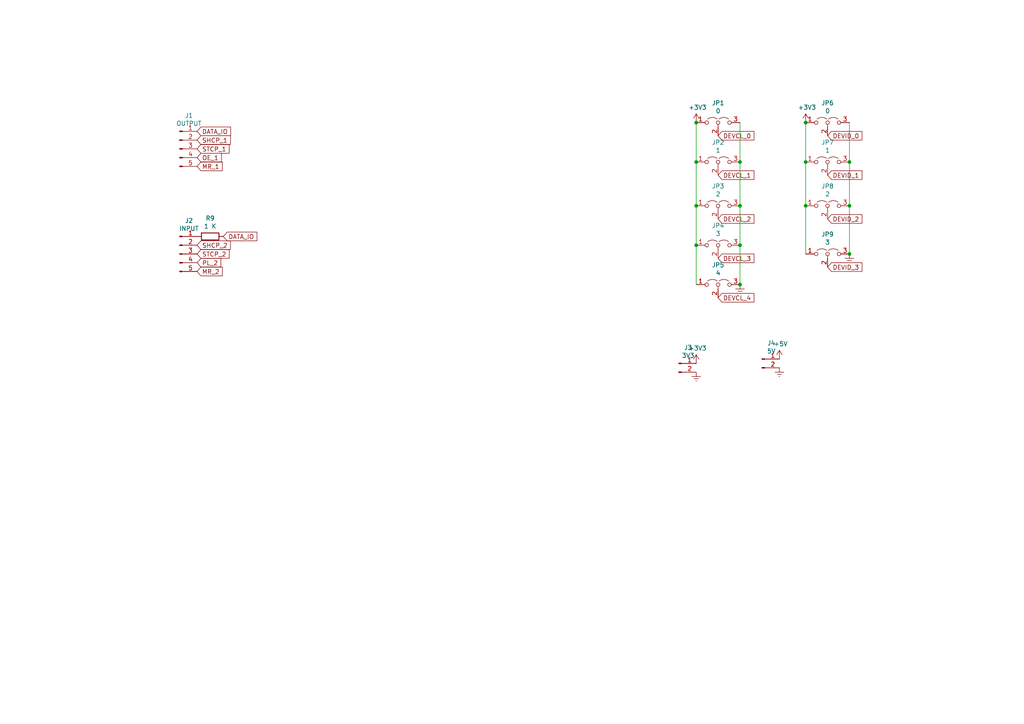
<source format=kicad_sch>
(kicad_sch (version 20211123) (generator eeschema)
  (paper "A4")
  (lib_symbols
    (symbol "Connector:Conn_01x02_Male" (pin_names (offset 1.016) hide)
      (property "Reference" "J" (at 0 2.54 0))
      (property "Value" "Conn_01x02_Male" (at 0 -5.08 0))
      (symbol "Conn_01x02_Male_1_1"
        (polyline (pts (xy 1.27 -2.54) (xy 0.8636 -2.54)) (stroke (width 0.1524)))
        (polyline (pts (xy 1.27 0) (xy 0.8636 0)) (stroke (width 0.1524)))
        (rectangle (start 0.8636 -2.413) (end 0 -2.667) (stroke (width 0.1524)) (fill (type outline)))
        (rectangle (start 0.8636 0.127) (end 0 -0.127) (stroke (width 0.1524)) (fill (type outline)))
        (pin passive line (at 5.08 0 180) (length 3.81) (name "Pin_1") (number "1"))
        (pin passive line (at 5.08 -2.54 180) (length 3.81) (name "Pin_2") (number "2"))
      )
    )
    (symbol "Connector:Conn_01x05_Male" (pin_names (offset 1.016) hide)
      (property "Reference" "J" (at 0 7.62 0))
      (property "Value" "Conn_01x05_Male" (at 0 -7.62 0))
      (symbol "Conn_01x05_Male_1_1"
        (polyline (pts (xy 1.27 -5.08) (xy 0.8636 -5.08)) (stroke (width 0.1524)))
        (polyline (pts (xy 1.27 -2.54) (xy 0.8636 -2.54)) (stroke (width 0.1524)))
        (polyline (pts (xy 1.27 0) (xy 0.8636 0)) (stroke (width 0.1524)))
        (polyline (pts (xy 1.27 2.54) (xy 0.8636 2.54)) (stroke (width 0.1524)))
        (polyline (pts (xy 1.27 5.08) (xy 0.8636 5.08)) (stroke (width 0.1524)))
        (rectangle (start 0.8636 -4.953) (end 0 -5.207) (stroke (width 0.1524)) (fill (type outline)))
        (rectangle (start 0.8636 -2.413) (end 0 -2.667) (stroke (width 0.1524)) (fill (type outline)))
        (rectangle (start 0.8636 0.127) (end 0 -0.127) (stroke (width 0.1524)) (fill (type outline)))
        (rectangle (start 0.8636 2.667) (end 0 2.413) (stroke (width 0.1524)) (fill (type outline)))
        (rectangle (start 0.8636 5.207) (end 0 4.953) (stroke (width 0.1524)) (fill (type outline)))
        (pin passive line (at 5.08 5.08 180) (length 3.81) (name "Pin_1") (number "1"))
        (pin passive line (at 5.08 2.54 180) (length 3.81) (name "Pin_2") (number "2"))
        (pin passive line (at 5.08 0 180) (length 3.81) (name "Pin_3") (number "3"))
        (pin passive line (at 5.08 -2.54 180) (length 3.81) (name "Pin_4") (number "4"))
        (pin passive line (at 5.08 -5.08 180) (length 3.81) (name "Pin_5") (number "5"))
      )
    )
    (symbol "Device:R" (pin_numbers hide) (pin_names (offset 0))
      (property "Reference" "R" (at 2.032 0 90))
      (property "Value" "R" (at 0 0 90))
      (symbol "R_0_1"
        (rectangle (start -1.016 -2.54) (end 1.016 2.54) (stroke (width 0.254)))
      )
      (symbol "R_1_1"
        (pin passive line (at 0 3.81 270) (length 1.27) (name "~") (number "1"))
        (pin passive line (at 0 -3.81 90) (length 1.27) (name "~") (number "2"))
      )
    )
    (symbol "base_controller-rescue:+3.3V-power" (power) (pin_names (offset 0))
      (property "Value" "+3.3V-power" (at 0 3.556 0))
      (symbol "+3.3V-power_0_1"
        (polyline (pts (xy -0.762 1.27) (xy 0 2.54)))
        (polyline (pts (xy 0 0) (xy 0 2.54)))
        (polyline (pts (xy 0 2.54) (xy 0.762 1.27)))
      )
      (symbol "+3.3V-power_1_1"
        (pin power_in line (at 0 0 90) (length 0) hide (name "+3V3") (number "1"))
      )
    )
    (symbol "base_controller-rescue:Jumper_3_Open-Jumper" (pin_names (offset 0) hide)
      (property "Reference" "JP" (at -2.54 -2.54 0))
      (property "Value" "Jumper_3_Open-Jumper" (at 0 2.794 0))
      (symbol "Jumper_3_Open-Jumper_0_0"
        (circle (center -3.302 0) (radius 0.508))
        (circle (center 0 0) (radius 0.508))
        (circle (center 3.302 0) (radius 0.508))
      )
      (symbol "Jumper_3_Open-Jumper_0_1"
        (arc (start -0.254 1.016) (mid -1.651 1.4992) (end -3.048 1.016))
        (polyline (pts (xy 0 -0.508) (xy 0 -1.27)))
        (arc (start 3.048 1.016) (mid 1.651 1.4992) (end 0.254 1.016))
      )
      (symbol "Jumper_3_Open-Jumper_1_1"
        (pin passive line (at -6.35 0 0) (length 2.54) (name "A") (number "1"))
        (pin input line (at 0 -3.81 90) (length 2.54) (name "C") (number "2"))
        (pin passive line (at 6.35 0 180) (length 2.54) (name "B") (number "3"))
      )
    )
    (symbol "power:+5V" (power) (pin_names (offset 0))
      (property "Value" "+5V" (at 0 3.556 0))
      (symbol "+5V_0_1"
        (polyline (pts (xy -0.762 1.27) (xy 0 2.54)))
        (polyline (pts (xy 0 0) (xy 0 2.54)))
        (polyline (pts (xy 0 2.54) (xy 0.762 1.27)))
      )
      (symbol "+5V_1_1"
        (pin power_in line (at 0 0 90) (length 0) hide (name "+5V") (number "1"))
      )
    )
    (symbol "power:Earth" (power) (pin_names (offset 0))
      (symbol "Earth_0_1"
        (polyline (pts (xy -0.635 -1.905) (xy 0.635 -1.905)))
        (polyline (pts (xy -0.127 -2.54) (xy 0.127 -2.54)))
        (polyline (pts (xy 0 -1.27) (xy 0 0)))
        (polyline (pts (xy 1.27 -1.27) (xy -1.27 -1.27)))
      )
      (symbol "Earth_1_1"
        (pin power_in line (at 0 0 270) (length 0) hide (name "Earth") (number "1"))
      )
    )
  )
  (junction (at 201.93 35.56))
  (junction (at 201.93 59.69))
  (junction (at 214.63 46.99))
  (junction (at 246.38 73.66))
  (junction (at 214.63 82.55))
  (junction (at 201.93 71.12))
  (junction (at 246.38 46.99))
  (junction (at 214.63 71.12))
  (junction (at 233.68 35.56))
  (junction (at 214.63 59.69))
  (junction (at 233.68 59.69))
  (junction (at 201.93 46.99))
  (junction (at 233.68 46.99))
  (junction (at 246.38 59.69))
  (wire (pts (xy 246.38 35.56) (xy 246.38 46.99)))
  (wire (pts (xy 201.93 71.12) (xy 201.93 82.55)))
  (wire (pts (xy 246.38 59.69) (xy 246.38 73.66)))
  (wire (pts (xy 214.63 35.56) (xy 214.63 46.99)))
  (wire (pts (xy 233.68 35.56) (xy 233.68 46.99)))
  (wire (pts (xy 233.68 59.69) (xy 233.68 73.66)))
  (wire (pts (xy 201.93 59.69) (xy 201.93 71.12)))
  (wire (pts (xy 246.38 46.99) (xy 246.38 59.69)))
  (wire (pts (xy 214.63 46.99) (xy 214.63 59.69)))
  (wire (pts (xy 233.68 46.99) (xy 233.68 59.69)))
  (wire (pts (xy 214.63 71.12) (xy 214.63 82.55)))
  (wire (pts (xy 201.93 46.99) (xy 201.93 59.69)))
  (wire (pts (xy 214.63 59.69) (xy 214.63 71.12)))
  (wire (pts (xy 201.93 35.56) (xy 201.93 46.99)))
  (global_label "SHCP_1" (shape input) (at 57.15 40.64 0) (property "Intersheet References" "${INTERSHEET_REFS}" (effects hide)))
  (global_label "PL_2" (shape input) (at 57.15 76.2 0) (property "Intersheet References" "${INTERSHEET_REFS}" (effects hide)))
  (global_label "OE_1" (shape input) (at 57.15 45.72 0) (property "Intersheet References" "${INTERSHEET_REFS}" (effects hide)))
  (global_label "DEVID_2" (shape input) (at 240.03 63.5 0) (property "Intersheet References" "${INTERSHEET_REFS}" (effects hide)))
  (global_label "STCP_1" (shape input) (at 57.15 43.18 0) (property "Intersheet References" "${INTERSHEET_REFS}" (effects hide)))
  (global_label "DATA_IO" (shape input) (at 64.77 68.58 0) (property "Intersheet References" "${INTERSHEET_REFS}" (effects hide)))
  (global_label "SHCP_2" (shape input) (at 57.15 71.12 0) (property "Intersheet References" "${INTERSHEET_REFS}" (effects hide)))
  (global_label "DEVCL_4" (shape input) (at 208.28 86.36 0) (property "Intersheet References" "${INTERSHEET_REFS}" (effects hide)))
  (global_label "DEVID_3" (shape input) (at 240.03 77.47 0) (property "Intersheet References" "${INTERSHEET_REFS}" (effects hide)))
  (global_label "DEVID_1" (shape input) (at 240.03 50.8 0) (property "Intersheet References" "${INTERSHEET_REFS}" (effects hide)))
  (global_label "DEVCL_2" (shape input) (at 208.28 63.5 0) (property "Intersheet References" "${INTERSHEET_REFS}" (effects hide)))
  (global_label "DATA_IO" (shape input) (at 57.15 38.1 0) (property "Intersheet References" "${INTERSHEET_REFS}" (effects hide)))
  (global_label "DEVCL_3" (shape input) (at 208.28 74.93 0) (property "Intersheet References" "${INTERSHEET_REFS}" (effects hide)))
  (global_label "DEVID_0" (shape input) (at 240.03 39.37 0) (property "Intersheet References" "${INTERSHEET_REFS}" (effects hide)))
  (global_label "DEVCL_1" (shape input) (at 208.28 50.8 0) (property "Intersheet References" "${INTERSHEET_REFS}" (effects hide)))
  (global_label "STCP_2" (shape input) (at 57.15 73.66 0) (property "Intersheet References" "${INTERSHEET_REFS}" (effects hide)))
  (global_label "MR_2" (shape input) (at 57.15 78.74 0) (property "Intersheet References" "${INTERSHEET_REFS}" (effects hide)))
  (global_label "DEVCL_0" (shape input) (at 208.28 39.37 0) (property "Intersheet References" "${INTERSHEET_REFS}" (effects hide)))
  (global_label "MR_1" (shape input) (at 57.15 48.26 0) (property "Intersheet References" "${INTERSHEET_REFS}" (effects hide)))
  (symbol (lib_id "Connector:Conn_01x02_Male") (at 196.85 105.41 0) (unit 1)
    (property "Reference" "J3" (at 199.5932 100.8126 0))
    (property "Value" "3V3" (at 199.5932 103.124 0))
    (property "Footprint" "Connector_JST:JST_XH_B2B-XH-A_1x02_P2.50mm_Vertical" (effects hide))
  )
  (symbol (lib_id "Connector:Conn_01x05_Male") (at 52.07 43.18 0) (unit 1)
    (property "Reference" "J1" (at 54.8132 33.5026 0))
    (property "Value" "OUTPUT" (at 54.8132 35.814 0))
    (property "Footprint" "Connector_JST:JST_XH_B5B-XH-A_1x05_P2.50mm_Vertical" (effects hide))
  )
  (symbol (lib_id "Connector:Conn_01x02_Male") (at 220.98 104.14 0) (unit 1)
    (property "Reference" "J4" (at 223.7232 99.5426 0))
    (property "Value" "5V" (at 223.7232 101.854 0))
    (property "Footprint" "Connector_JST:JST_XH_B2B-XH-A_1x02_P2.50mm_Vertical" (effects hide))
  )
  (symbol (lib_id "Connector:Conn_01x05_Male") (at 52.07 73.66 0) (unit 1)
    (property "Reference" "J2" (at 54.8132 63.9826 0))
    (property "Value" "INPUT" (at 54.8132 66.294 0))
    (property "Footprint" "Connector_JST:JST_XH_B5B-XH-A_1x05_P2.50mm_Vertical" (effects hide))
  )
  (symbol (lib_id "base_controller-rescue:+3.3V-power") (at 201.93 105.41 0) (unit 1)
    (property "Reference" "#PWR0136" (effects hide))
    (property "Value" "+3.3V" (at 202.311 101.0158 0))
  )
  (symbol (lib_id "power:+5V") (at 226.06 104.14 0) (unit 1)
    (property "Reference" "#PWR0137" (effects hide))
    (property "Value" "+5V" (at 226.441 99.7458 0))
  )
  (symbol (lib_id "power:Earth") (at 201.93 107.95 0) (unit 1)
    (property "Reference" "#PWR0138" (effects hide))
    (property "Value" "Earth" (effects hide))
  )
  (symbol (lib_id "power:Earth") (at 226.06 106.68 0) (unit 1)
    (property "Reference" "#PWR0139" (effects hide))
    (property "Value" "Earth" (effects hide))
  )
  (symbol (lib_id "Device:R") (at 60.96 68.58 270) (unit 1)
    (property "Reference" "R9" (at 60.96 63.3222 90))
    (property "Value" "1 K" (at 60.96 65.6336 90))
    (property "Footprint" "Resistor_SMD:R_0805_2012Metric_Pad1.20x1.40mm_HandSolder" (effects hide))
  )
  (symbol (lib_id "base_controller-rescue:Jumper_3_Open-Jumper") (at 208.28 35.56 0) (unit 1)
    (property "Reference" "JP1" (at 208.28 29.8704 0))
    (property "Value" "0" (at 208.28 32.1818 0))
    (property "Footprint" "Connector_PinHeader_2.54mm:PinHeader_1x03_P2.54mm_Vertical" (effects hide))
  )
  (symbol (lib_id "base_controller-rescue:Jumper_3_Open-Jumper") (at 208.28 46.99 0) (unit 1)
    (property "Reference" "JP2" (at 208.28 41.3004 0))
    (property "Value" "1" (at 208.28 43.6118 0))
    (property "Footprint" "Connector_PinHeader_2.54mm:PinHeader_1x03_P2.54mm_Vertical" (effects hide))
  )
  (symbol (lib_id "base_controller-rescue:Jumper_3_Open-Jumper") (at 208.28 59.69 0) (unit 1)
    (property "Reference" "JP3" (at 208.28 54.0004 0))
    (property "Value" "2" (at 208.28 56.3118 0))
    (property "Footprint" "Connector_PinHeader_2.54mm:PinHeader_1x03_P2.54mm_Vertical" (effects hide))
  )
  (symbol (lib_id "base_controller-rescue:Jumper_3_Open-Jumper") (at 208.28 71.12 0) (unit 1)
    (property "Reference" "JP4" (at 208.28 65.4304 0))
    (property "Value" "3" (at 208.28 67.7418 0))
    (property "Footprint" "Connector_PinHeader_2.54mm:PinHeader_1x03_P2.54mm_Vertical" (effects hide))
  )
  (symbol (lib_id "base_controller-rescue:Jumper_3_Open-Jumper") (at 208.28 82.55 0) (unit 1)
    (property "Reference" "JP5" (at 208.28 76.8604 0))
    (property "Value" "4" (at 208.28 79.1718 0))
    (property "Footprint" "Connector_PinHeader_2.54mm:PinHeader_1x03_P2.54mm_Vertical" (effects hide))
  )
  (symbol (lib_id "base_controller-rescue:Jumper_3_Open-Jumper") (at 240.03 35.56 0) (unit 1)
    (property "Reference" "JP6" (at 240.03 29.8704 0))
    (property "Value" "0" (at 240.03 32.1818 0))
    (property "Footprint" "Connector_PinHeader_2.54mm:PinHeader_1x03_P2.54mm_Vertical" (effects hide))
  )
  (symbol (lib_id "base_controller-rescue:Jumper_3_Open-Jumper") (at 240.03 46.99 0) (unit 1)
    (property "Reference" "JP7" (at 240.03 41.3004 0))
    (property "Value" "1" (at 240.03 43.6118 0))
    (property "Footprint" "Connector_PinHeader_2.54mm:PinHeader_1x03_P2.54mm_Vertical" (effects hide))
  )
  (symbol (lib_id "base_controller-rescue:Jumper_3_Open-Jumper") (at 240.03 59.69 0) (unit 1)
    (property "Reference" "JP8" (at 240.03 54.0004 0))
    (property "Value" "2" (at 240.03 56.3118 0))
    (property "Footprint" "Connector_PinHeader_2.54mm:PinHeader_1x03_P2.54mm_Vertical" (effects hide))
  )
  (symbol (lib_id "base_controller-rescue:Jumper_3_Open-Jumper") (at 240.03 73.66 0) (unit 1)
    (property "Reference" "JP9" (at 240.03 67.9704 0))
    (property "Value" "3" (at 240.03 70.2818 0))
    (property "Footprint" "Connector_PinHeader_2.54mm:PinHeader_1x03_P2.54mm_Vertical" (effects hide))
  )
  (symbol (lib_id "base_controller-rescue:+3.3V-power") (at 201.93 35.56 0) (unit 1)
    (property "Reference" "#PWR0126" (effects hide))
    (property "Value" "+3.3V" (at 202.311 31.1658 0))
  )
  (symbol (lib_id "power:Earth") (at 214.63 82.55 0) (unit 1)
    (property "Reference" "#PWR0127" (effects hide))
    (property "Value" "Earth" (effects hide))
  )
  (symbol (lib_id "base_controller-rescue:+3.3V-power") (at 233.68 35.56 0) (unit 1)
    (property "Reference" "#PWR0128" (effects hide))
    (property "Value" "+3.3V" (at 234.061 31.1658 0))
  )
  (symbol (lib_id "power:Earth") (at 246.38 73.66 0) (unit 1)
    (property "Reference" "#PWR0129" (effects hide))
    (property "Value" "Earth" (effects hide))
  )
)
</source>
